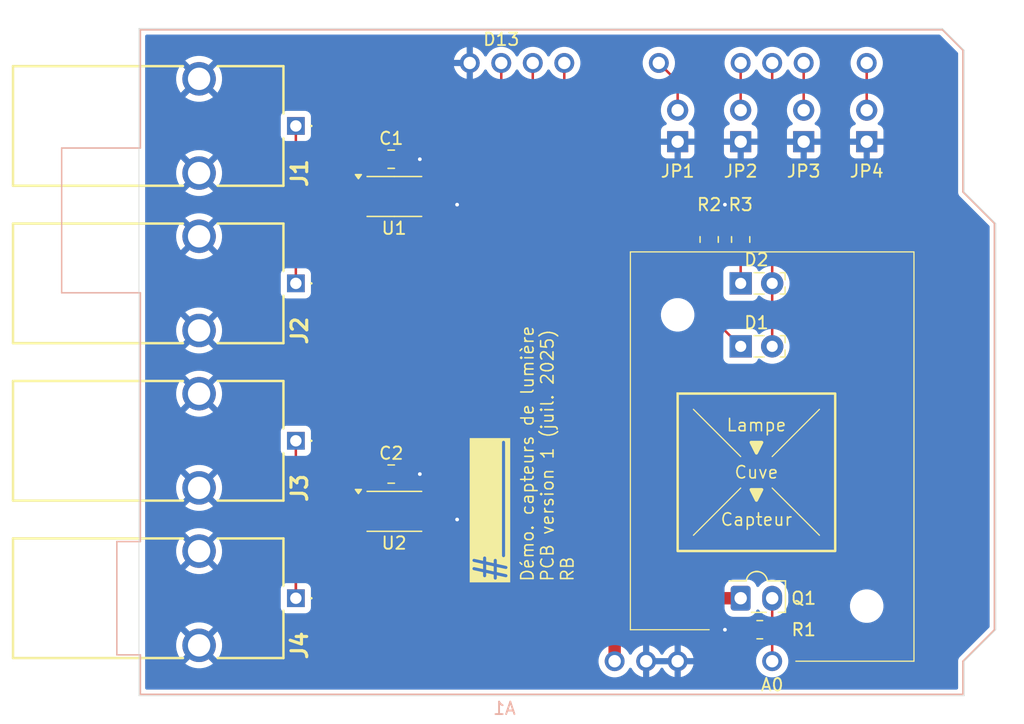
<source format=kicad_pcb>
(kicad_pcb (version 20241229) (generator "pcbnew") (generator_version "9.0")
  (layers (0 "F.Cu" signal) (2 "B.Cu" signal) (13 "F.Paste" user) (15 "B.Paste" user) (5 "F.SilkS" user "F.Silkscreen") (7 "B.SilkS" user "B.Silkscreen") (1 "F.Mask" user) (3 "B.Mask" user) (25 "Edge.Cuts" user))
  (net 0 "")
  (net 1 "/SCL")
  (net 2 "/SDA1")
  (net 3 "/ANALOG_SENSE")
  (net 4 "/SDA2")
  (net 5 "VCC")
  (net 6 "GND")
  (net 7 "Net-(D1-K)")
  (net 8 "Net-(D2-K)")
  (net 9 "/ANALOG1")
  (net 10 "/ANALOG2")
  (net 11 "/ANALOG3")
  (net 12 "/ANALOG4")
  (net 15 "/LED_CONTROL")
  (net 16 "Net-(A1-D4)")
  (net 17 "Net-(A1-D8)")
  (net 18 "Net-(A1-D2)")
  (net 19 "Net-(A1-D6)")
  (footprint "Resistor_SMD:R_0805_2012Metric_Pad1.20x1.40mm_HandSolder" (layer "F.Cu") (at 106.68 52.34 90)
    (property "Reference" "R3" (at 2.81 0 0) (layer "F.SilkS"))
    (property "Value" "220 min")
    (fp_line (start -0.227064 -0.735) (end 0.227064 -0.735) (stroke (width 0.12)) (layer "F.SilkS"))
    (fp_line (start -0.227064 0.735) (end 0.227064 0.735) (stroke (width 0.12)) (layer "F.SilkS"))
    (pad "1" smd roundrect (at -1 0 90) (size 1.2 1.4) (layers "F.Cu" "F.Mask" "F.Paste") (roundrect_rratio 0.208333) (net 8 "Net-(D2-K)"))
    (pad "2" smd roundrect (at 1 0 90) (size 1.2 1.4) (layers "F.Cu" "F.Mask" "F.Paste") (roundrect_rratio 0.208333) (net 6 "GND"))
  )
  (footprint "Connector_PinHeader_2.54mm:PinHeader_1x02_P2.54mm_Vertical" (layer "F.Cu") (at 101.6 44.45 180)
    (property "Reference" "JP1" (at 0 -2.38 180) (layer "F.SilkS"))
    (property "Value" "Jumper_2_Open")
    (pad "1" thru_hole rect (at 0 0 180) (size 1.7 1.7) (drill 1) (layers "*.Cu" "*.Mask") (net 6 "GND"))
    (pad "2" thru_hole circle (at 0 2.54 180) (size 1.7 1.7) (drill 1) (layers "*.Cu" "*.Mask") (net 17 "Net-(A1-D8)"))
  )
  (footprint "MountingHole:MountingHole_2.2mm_M2" (layer "F.Cu") (at 101.6 58.42)
    (property "Reference" "REF**" (hide yes))
    (property "Value" "MountingHole_2.2mm_M2" (hide yes))
    (pad "" np_thru_hole circle (at 0 0) (size 2.2 2.2) (drill 2.2) (layers "*.Cu" "*.Mask"))
  )
  (footprint "LED_THT:LED_SideEmitter_Rectangular_W4.5mm_H1.6mm" (layer "F.Cu") (at 106.68 55.88)
    (property "Reference" "D2" (at 1.27 -1.905 0) (layer "F.SilkS"))
    (property "Value" "LTL-307P (Red)")
    (fp_line (start 1.08 -0.86) (end 1.887 -0.86) (stroke (width 0.12)) (layer "F.SilkS"))
    (fp_line (start 1.887 0.86) (end 1.08 0.86) (stroke (width 0.12)) (layer "F.SilkS"))
    (fp_line (start 3.193 -0.86) (end 3.58 -0.86) (stroke (width 0.12)) (layer "F.SilkS"))
    (fp_line (start 3.58 -0.86) (end 3.58 -0.291) (stroke (width 0.12)) (layer "F.SilkS"))
    (fp_line (start 3.58 0.291) (end 3.58 0.86) (stroke (width 0.12)) (layer "F.SilkS"))
    (fp_line (start 3.58 0.86) (end 3.193 0.86) (stroke (width 0.12)) (layer "F.SilkS"))
    (pad "1" thru_hole rect (at 0 0) (size 1.8 1.8) (drill 0.9) (layers "*.Cu" "*.Mask") (net 8 "Net-(D2-K)"))
    (pad "2" thru_hole circle (at 2.54 0) (size 1.8 1.8) (drill 0.9) (layers "*.Cu" "*.Mask") (net 15 "/LED_CONTROL"))
  )
  (footprint "Connector_PinHeader_2.54mm:PinHeader_1x02_P2.54mm_Vertical" (layer "F.Cu") (at 116.84 44.45 180)
    (property "Reference" "JP4" (at 0 -2.38 180) (layer "F.SilkS"))
    (property "Value" "Jumper_2_Open")
    (pad "1" thru_hole rect (at 0 0 180) (size 1.7 1.7) (drill 1) (layers "*.Cu" "*.Mask") (net 6 "GND"))
    (pad "2" thru_hole circle (at 0 2.54 180) (size 1.7 1.7) (drill 1) (layers "*.Cu" "*.Mask") (net 18 "Net-(A1-D2)"))
  )
  (footprint "Resistor_SMD:R_0805_2012Metric_Pad1.20x1.40mm_HandSolder" (layer "F.Cu") (at 108.22 83.82 180)
    (property "Reference" "R1" (at -3.54 0 180) (layer "F.SilkS"))
    (property "Value" "10k")
    (fp_line (start -0.227064 0.735) (end 0.227064 0.735) (stroke (width 0.12)) (layer "F.SilkS"))
    (fp_line (start -0.227064 -0.735) (end 0.227064 -0.735) (stroke (width 0.12)) (layer "F.SilkS"))
    (pad "1" smd roundrect (at -1 0 180) (size 1.2 1.4) (layers "F.Cu" "F.Mask" "F.Paste") (roundrect_rratio 0.208333) (net 3 "/ANALOG_SENSE"))
    (pad "2" smd roundrect (at 1 0 180) (size 1.2 1.4) (layers "F.Cu" "F.Mask" "F.Paste") (roundrect_rratio 0.208333) (net 6 "GND"))
  )
  (footprint "Connector_PinHeader_2.54mm:PinHeader_1x02_P2.54mm_Vertical" (layer "F.Cu") (at 111.76 44.45 180)
    (property "Reference" "JP3" (at 0 -2.38 180) (layer "F.SilkS"))
    (property "Value" "Jumper_2_Open")
    (pad "1" thru_hole rect (at 0 0 180) (size 1.7 1.7) (drill 1) (layers "*.Cu" "*.Mask") (net 6 "GND"))
    (pad "2" thru_hole circle (at 0 2.54 180) (size 1.7 1.7) (drill 1) (layers "*.Cu" "*.Mask") (net 16 "Net-(A1-D4)"))
  )
  (footprint "Capacitor_SMD:C_0805_2012Metric_Pad1.18x1.45mm_HandSolder" (layer "F.Cu") (at 78.5075 71.265)
    (property "Reference" "C2" (at 0 -1.68 0) (layer "F.SilkS"))
    (property "Value" "C")
    (fp_line (start -0.261252 -0.735) (end 0.261252 -0.735) (stroke (width 0.12)) (layer "F.SilkS"))
    (fp_line (start -0.261252 0.735) (end 0.261252 0.735) (stroke (width 0.12)) (layer "F.SilkS"))
    (pad "1" smd roundrect (at -1.0375 0) (size 1.175 1.45) (layers "F.Cu" "F.Mask" "F.Paste") (roundrect_rratio 0.212766) (net 5 "VCC"))
    (pad "2" smd roundrect (at 1.0375 0) (size 1.175 1.45) (layers "F.Cu" "F.Mask" "F.Paste") (roundrect_rratio 0.212766) (net 6 "GND"))
  )
  (footprint "Connector_PinHeader_2.54mm:PinHeader_1x02_P2.54mm_Vertical" (layer "F.Cu") (at 106.68 44.45 180)
    (property "Reference" "JP2" (at 0 -2.38 180) (layer "F.SilkS"))
    (property "Value" "Jumper_2_Open")
    (pad "1" thru_hole rect (at 0 0 180) (size 1.7 1.7) (drill 1) (layers "*.Cu" "*.Mask") (net 6 "GND"))
    (pad "2" thru_hole circle (at 0 2.54 180) (size 1.7 1.7) (drill 1) (layers "*.Cu" "*.Mask") (net 19 "Net-(A1-D6)"))
  )
  (footprint "Package_SO:TSSOP-8_4.4x3mm_P0.65mm" (layer "F.Cu") (at 78.7625 48.87)
    (property "Reference" "U1" (at -0.0225 2.565 0) (layer "F.SilkS"))
    (property "Value" "~")
    (fp_line (start 0 -1.61) (end -2.2 -1.61) (stroke (width 0.12)) (layer "F.SilkS"))
    (fp_line (start 0 -1.61) (end 2.2 -1.61) (stroke (width 0.12)) (layer "F.SilkS"))
    (fp_line (start 0 1.61) (end -2.2 1.61) (stroke (width 0.12)) (layer "F.SilkS"))
    (fp_line (start 0 1.61) (end 2.2 1.61) (stroke (width 0.12)) (layer "F.SilkS"))
    (fp_poly (pts (xy -2.9 -1.435) (xy -3.14 -1.765) (xy -2.66 -1.765)) (stroke (width 0.12)) (fill yes) (layer "F.SilkS"))
    (pad "1" smd roundrect (at -2.8625 -0.975) (size 1.475 0.4) (layers "F.Cu" "F.Mask" "F.Paste") (net 5 "VCC"))
    (pad "2" smd roundrect (at -2.8625 -0.325) (size 1.475 0.4) (layers "F.Cu" "F.Mask" "F.Paste"))
    (pad "3" smd roundrect (at -2.8625 0.325) (size 1.475 0.4) (layers "F.Cu" "F.Mask" "F.Paste") (net 9 "/ANALOG1"))
    (pad "4" smd roundrect (at -2.8625 0.975) (size 1.475 0.4) (layers "F.Cu" "F.Mask" "F.Paste") (net 10 "/ANALOG2"))
    (pad "5" smd roundrect (at 2.8625 0.975) (size 1.475 0.4) (layers "F.Cu" "F.Mask" "F.Paste") (net 6 "GND"))
    (pad "6" smd roundrect (at 2.8625 0.325) (size 1.475 0.4) (layers "F.Cu" "F.Mask" "F.Paste") (net 6 "GND"))
    (pad "7" smd roundrect (at 2.8625 -0.325) (size 1.475 0.4) (layers "F.Cu" "F.Mask" "F.Paste") (net 1 "/SCL"))
    (pad "8" smd roundrect (at 2.8625 -0.975) (size 1.475 0.4) (layers "F.Cu" "F.Mask" "F.Paste") (net 2 "/SDA1"))
  )
  (footprint "mouser-import:731713150" (layer "F.Cu") (at 70.82 43.18 -90)
    (property "Reference" "J1" (at 3.81 -0.3 270) (layer "F.SilkS") (effects (font (size 1.27 1.27) (thickness 0.254))))
    (property "Value" "Conn_Coaxial" (hide yes))
    (fp_line (start -4.825 22.8) (end 4.825 22.8) (stroke (width 0.2)) (layer "F.SilkS"))
    (fp_line (start 4.825 22.8) (end 4.825 9.1) (stroke (width 0.2)) (layer "F.SilkS"))
    (fp_line (start -4.825 9.1) (end -4.825 22.8) (stroke (width 0.2)) (layer "F.SilkS"))
    (fp_line (start 4.825 6.3) (end 4.825 1) (stroke (width 0.2)) (layer "F.SilkS"))
    (fp_line (start -4.825 1) (end -4.825 6.3) (stroke (width 0.2)) (layer "F.SilkS"))
    (fp_line (start -1 1) (end -4.825 1) (stroke (width 0.2)) (layer "F.SilkS"))
    (fp_line (start 4.825 1) (end 1 1) (stroke (width 0.2)) (layer "F.SilkS"))
    (fp_line (start 0 -1.2) (end 0 -1.2) (stroke (width 0.1)) (layer "F.SilkS"))
    (fp_line (start 0 -1.3) (end 0 -1.3) (stroke (width 0.1)) (layer "F.SilkS"))
    (fp_arc (start 0 -1.2) (mid -0.05 -1.25) (end 0 -1.3) (stroke (width 0.1)) (layer "F.SilkS"))
    (fp_arc (start 0 -1.3) (mid 0.05 -1.25) (end 0 -1.2) (stroke (width 0.1)) (layer "F.SilkS"))
    (pad "1" thru_hole rect (at 0 0 270) (size 1.431 1.431) (drill 0.92) (layers "*.Cu" "*.Mask") (net 9 "/ANALOG1"))
    (pad "2" thru_hole circle (at -3.8 7.8 270) (size 2.7 2.7) (drill 1.8) (layers "*.Cu" "*.Mask") (net 6 "GND"))
    (pad "2" thru_hole circle (at 3.8 7.8 270) (size 2.7 2.7) (drill 1.8) (layers "*.Cu" "*.Mask") (net 6 "GND"))
  )
  (footprint "mouser-import:731713150" (layer "F.Cu") (at 70.82 55.88 -90)
    (property "Reference" "J2" (at 3.81 -0.3 270) (layer "F.SilkS") (effects (font (size 1.27 1.27) (thickness 0.254))))
    (property "Value" "Conn_Coaxial" (hide yes))
    (fp_line (start -4.825 22.8) (end 4.825 22.8) (stroke (width 0.2)) (layer "F.SilkS"))
    (fp_line (start 4.825 22.8) (end 4.825 9.1) (stroke (width 0.2)) (layer "F.SilkS"))
    (fp_line (start -4.825 9.1) (end -4.825 22.8) (stroke (width 0.2)) (layer "F.SilkS"))
    (fp_line (start 4.825 6.3) (end 4.825 1) (stroke (width 0.2)) (layer "F.SilkS"))
    (fp_line (start -4.825 1) (end -4.825 6.3) (stroke (width 0.2)) (layer "F.SilkS"))
    (fp_line (start -1 1) (end -4.825 1) (stroke (width 0.2)) (layer "F.SilkS"))
    (fp_line (start 4.825 1) (end 1 1) (stroke (width 0.2)) (layer "F.SilkS"))
    (fp_line (start 0 -1.2) (end 0 -1.2) (stroke (width 0.1)) (layer "F.SilkS"))
    (fp_line (start 0 -1.3) (end 0 -1.3) (stroke (width 0.1)) (layer "F.SilkS"))
    (fp_arc (start 0 -1.2) (mid -0.05 -1.25) (end 0 -1.3) (stroke (width 0.1)) (layer "F.SilkS"))
    (fp_arc (start 0 -1.3) (mid 0.05 -1.25) (end 0 -1.2) (stroke (width 0.1)) (layer "F.SilkS"))
    (pad "1" thru_hole rect (at 0 0 270) (size 1.431 1.431) (drill 0.92) (layers "*.Cu" "*.Mask") (net 10 "/ANALOG2"))
    (pad "2" thru_hole circle (at -3.8 7.8 270) (size 2.7 2.7) (drill 1.8) (layers "*.Cu" "*.Mask") (net 6 "GND"))
    (pad "2" thru_hole circle (at 3.8 7.8 270) (size 2.7 2.7) (drill 1.8) (layers "*.Cu" "*.Mask") (net 6 "GND"))
  )
  (footprint "MountingHole:MountingHole_2.2mm_M2" (layer "F.Cu") (at 116.84 81.915)
    (property "Reference" "REF**" (hide yes))
    (property "Value" "MountingHole_2.2mm_M2" (hide yes))
    (pad "" np_thru_hole circle (at 0 0) (size 2.2 2.2) (drill 2.2) (layers "*.Cu" "*.Mask"))
  )
  (footprint "mouser-import:731713150" (layer "F.Cu") (at 70.82 68.58 -90)
    (property "Reference" "J3" (at 3.81 -0.3 270) (layer "F.SilkS") (effects (font (size 1.27 1.27) (thickness 0.254))))
    (property "Value" "Conn_Coaxial" (hide yes))
    (fp_line (start -4.825 22.8) (end 4.825 22.8) (stroke (width 0.2)) (layer "F.SilkS"))
    (fp_line (start 4.825 22.8) (end 4.825 9.1) (stroke (width 0.2)) (layer "F.SilkS"))
    (fp_line (start -4.825 9.1) (end -4.825 22.8) (stroke (width 0.2)) (layer "F.SilkS"))
    (fp_line (start 4.825 6.3) (end 4.825 1) (stroke (width 0.2)) (layer "F.SilkS"))
    (fp_line (start -4.825 1) (end -4.825 6.3) (stroke (width 0.2)) (layer "F.SilkS"))
    (fp_line (start -1 1) (end -4.825 1) (stroke (width 0.2)) (layer "F.SilkS"))
    (fp_line (start 4.825 1) (end 1 1) (stroke (width 0.2)) (layer "F.SilkS"))
    (fp_line (start 0 -1.2) (end 0 -1.2) (stroke (width 0.1)) (layer "F.SilkS"))
    (fp_line (start 0 -1.3) (end 0 -1.3) (stroke (width 0.1)) (layer "F.SilkS"))
    (fp_arc (start 0 -1.2) (mid -0.05 -1.25) (end 0 -1.3) (stroke (width 0.1)) (layer "F.SilkS"))
    (fp_arc (start 0 -1.3) (mid 0.05 -1.25) (end 0 -1.2) (stroke (width 0.1)) (layer "F.SilkS"))
    (pad "1" thru_hole rect (at 0 0 270) (size 1.431 1.431) (drill 0.92) (layers "*.Cu" "*.Mask") (net 11 "/ANALOG3"))
    (pad "2" thru_hole circle (at -3.8 7.8 270) (size 2.7 2.7) (drill 1.8) (layers "*.Cu" "*.Mask") (net 6 "GND"))
    (pad "2" thru_hole circle (at 3.8 7.8 270) (size 2.7 2.7) (drill 1.8) (layers "*.Cu" "*.Mask") (net 6 "GND"))
  )
  (footprint "LED_THT:LED_SideEmitter_Rectangular_W4.5mm_H1.6mm" (layer "F.Cu") (at 106.68 60.96)
    (property "Reference" "D1" (at 1.27 -1.905 0) (layer "F.SilkS"))
    (property "Value" "OP140D (IR)")
    (fp_line (start 1.08 -0.86) (end 1.887 -0.86) (stroke (width 0.12)) (layer "F.SilkS"))
    (fp_line (start 1.887 0.86) (end 1.08 0.86) (stroke (width 0.12)) (layer "F.SilkS"))
    (fp_line (start 3.193 -0.86) (end 3.58 -0.86) (stroke (width 0.12)) (layer "F.SilkS"))
    (fp_line (start 3.58 -0.86) (end 3.58 -0.291) (stroke (width 0.12)) (layer "F.SilkS"))
    (fp_line (start 3.58 0.291) (end 3.58 0.86) (stroke (width 0.12)) (layer "F.SilkS"))
    (fp_line (start 3.58 0.86) (end 3.193 0.86) (stroke (width 0.12)) (layer "F.SilkS"))
    (pad "1" thru_hole rect (at 0 0) (size 1.8 1.8) (drill 0.9) (layers "*.Cu" "*.Mask") (net 7 "Net-(D1-K)"))
    (pad "2" thru_hole circle (at 2.54 0) (size 1.8 1.8) (drill 0.9) (layers "*.Cu" "*.Mask") (net 15 "/LED_CONTROL"))
  )
  (footprint "Package_SO:TSSOP-8_4.4x3mm_P0.65mm" (layer "F.Cu") (at 78.7625 74.27)
    (property "Reference" "U2" (at -0.0225 2.565 0) (layer "F.SilkS"))
    (property "Value" "~")
    (fp_line (start 0 -1.61) (end -2.2 -1.61) (stroke (width 0.12)) (layer "F.SilkS"))
    (fp_line (start 0 -1.61) (end 2.2 -1.61) (stroke (width 0.12)) (layer "F.SilkS"))
    (fp_line (start 0 1.61) (end -2.2 1.61) (stroke (width 0.12)) (layer "F.SilkS"))
    (fp_line (start 0 1.61) (end 2.2 1.61) (stroke (width 0.12)) (layer "F.SilkS"))
    (fp_poly (pts (xy -2.9 -1.435) (xy -3.14 -1.765) (xy -2.66 -1.765)) (stroke (width 0.12)) (fill yes) (layer "F.SilkS"))
    (pad "1" smd roundrect (at -2.8625 -0.975) (size 1.475 0.4) (layers "F.Cu" "F.Mask" "F.Paste") (net 5 "VCC"))
    (pad "2" smd roundrect (at -2.8625 -0.325) (size 1.475 0.4) (layers "F.Cu" "F.Mask" "F.Paste"))
    (pad "3" smd roundrect (at -2.8625 0.325) (size 1.475 0.4) (layers "F.Cu" "F.Mask" "F.Paste") (net 11 "/ANALOG3"))
    (pad "4" smd roundrect (at -2.8625 0.975) (size 1.475 0.4) (layers "F.Cu" "F.Mask" "F.Paste") (net 12 "/ANALOG4"))
    (pad "5" smd roundrect (at 2.8625 0.975) (size 1.475 0.4) (layers "F.Cu" "F.Mask" "F.Paste") (net 6 "GND"))
    (pad "6" smd roundrect (at 2.8625 0.325) (size 1.475 0.4) (layers "F.Cu" "F.Mask" "F.Paste") (net 6 "GND"))
    (pad "7" smd roundrect (at 2.8625 -0.325) (size 1.475 0.4) (layers "F.Cu" "F.Mask" "F.Paste") (net 1 "/SCL"))
    (pad "8" smd roundrect (at 2.8625 -0.975) (size 1.475 0.4) (layers "F.Cu" "F.Mask" "F.Paste") (net 4 "/SDA2"))
  )
  (footprint "Capacitor_SMD:C_0805_2012Metric_Pad1.18x1.45mm_HandSolder" (layer "F.Cu") (at 78.5075 45.865)
    (property "Reference" "C1" (at 0 -1.68 0) (layer "F.SilkS"))
    (property "Value" "C")
    (fp_line (start -0.261252 -0.735) (end 0.261252 -0.735) (stroke (width 0.12)) (layer "F.SilkS"))
    (fp_line (start -0.261252 0.735) (end 0.261252 0.735) (stroke (width 0.12)) (layer "F.SilkS"))
    (pad "1" smd roundrect (at -1.0375 0) (size 1.175 1.45) (layers "F.Cu" "F.Mask" "F.Paste") (roundrect_rratio 0.212766) (net 5 "VCC"))
    (pad "2" smd roundrect (at 1.0375 0) (size 1.175 1.45) (layers "F.Cu" "F.Mask" "F.Paste") (roundrect_rratio 0.212766) (net 6 "GND"))
  )
  (footprint "Resistor_SMD:R_0805_2012Metric_Pad1.20x1.40mm_HandSolder" (layer "F.Cu") (at 104.14 52.34 90)
    (property "Reference" "R2" (at 2.81 0 180) (layer "F.SilkS"))
    (property "Value" "220 min")
    (fp_line (start -0.227064 -0.735) (end 0.227064 -0.735) (stroke (width 0.12)) (layer "F.SilkS"))
    (fp_line (start -0.227064 0.735) (end 0.227064 0.735) (stroke (width 0.12)) (layer "F.SilkS"))
    (pad "1" smd roundrect (at -1 0 90) (size 1.2 1.4) (layers "F.Cu" "F.Mask" "F.Paste") (roundrect_rratio 0.208333) (net 7 "Net-(D1-K)"))
    (pad "2" smd roundrect (at 1 0 90) (size 1.2 1.4) (layers "F.Cu" "F.Mask" "F.Paste") (roundrect_rratio 0.208333) (net 6 "GND"))
  )
  (footprint "OptoDevice:Osram_LPT80A" (layer "F.Cu") (at 106.68 81.28 90)
    (property "Reference" "Q1" (at 0 5.08 180) (layer "F.SilkS"))
    (property "Value" "OP550A (IR)")
    (fp_line (start 1.4 -0.93) (end 1.4 0.45) (stroke (width 0.12)) (layer "F.SilkS"))
    (fp_line (start -1.14 2.05) (end -1.14 0.87) (stroke (width 0.12)) (layer "F.SilkS"))
    (fp_line (start 1.4 2.15) (end 1.4 3.61) (stroke (width 0.12)) (layer "F.SilkS"))
    (fp_line (start 1.4 3.61) (end -1.14 3.61) (stroke (width 0.12)) (layer "F.SilkS"))
    (fp_line (start -1.14 3.61) (end -1.14 3.04) (stroke (width 0.12)) (layer "F.SilkS"))
    (fp_arc (start 1.4 0.45) (mid 1.971751 0.76967) (end 2.15 1.4) (stroke (width 0.12)) (layer "F.SilkS"))
    (fp_arc (start 2.15 1.2) (mid 1.971751 1.83033) (end 1.4 2.15) (stroke (width 0.12)) (layer "F.SilkS"))
    (pad "1" thru_hole roundrect (at 0 0 90) (size 2 1.6) (drill 1) (layers "*.Cu" "*.Mask") (roundrect_rratio 0.156) (net 5 "VCC"))
    (pad "2" thru_hole oval (at 0 2.54 90) (size 2 1.6) (drill 1) (layers "*.Cu" "*.Mask") (net 3 "/ANALOG_SENSE"))
  )
  (footprint "mouser-import:731713150" (layer "F.Cu") (at 70.82 81.28 -90)
    (property "Reference" "J4" (at 3.81 -0.3 270) (layer "F.SilkS") (effects (font (size 1.27 1.27) (thickness 0.254))))
    (property "Value" "Conn_Coaxial" (hide yes))
    (fp_line (start -4.825 22.8) (end 4.825 22.8) (stroke (width 0.2)) (layer "F.SilkS"))
    (fp_line (start 4.825 22.8) (end 4.825 9.1) (stroke (width 0.2)) (layer "F.SilkS"))
    (fp_line (start -4.825 9.1) (end -4.825 22.8) (stroke (width 0.2)) (layer "F.SilkS"))
    (fp_line (start 4.825 6.3) (end 4.825 1) (stroke (width 0.2)) (layer "F.SilkS"))
    (fp_line (start -4.825 1) (end -4.825 6.3) (stroke (width 0.2)) (layer "F.SilkS"))
    (fp_line (start -1 1) (end -4.825 1) (stroke (width 0.2)) (layer "F.SilkS"))
    (fp_line (start 4.825 1) (end 1 1) (stroke (width 0.2)) (layer "F.SilkS"))
    (fp_line (start 0 -1.2) (end 0 -1.2) (stroke (width 0.1)) (layer "F.SilkS"))
    (fp_line (start 0 -1.3) (end 0 -1.3) (stroke (width 0.1)) (layer "F.SilkS"))
    (fp_arc (start 0 -1.2) (mid -0.05 -1.25) (end 0 -1.3) (stroke (width 0.1)) (layer "F.SilkS"))
    (fp_arc (start 0 -1.3) (mid 0.05 -1.25) (end 0 -1.2) (stroke (width 0.1)) (layer "F.SilkS"))
    (pad "1" thru_hole rect (at 0 0 270) (size 1.431 1.431) (drill 0.92) (layers "*.Cu" "*.Mask") (net 12 "/ANALOG4"))
    (pad "2" thru_hole circle (at -3.8 7.8 270) (size 2.7 2.7) (drill 1.8) (layers "*.Cu" "*.Mask") (net 6 "GND"))
    (pad "2" thru_hole circle (at 3.8 7.8 270) (size 2.7 2.7) (drill 1.8) (layers "*.Cu" "*.Mask") (net 6 "GND"))
  )
  (footprint "Module:Arduino_UNO_R3" (layer "B.Cu") (at 86.36 86.36)
    (property "Reference" "A1" (at 1.27 3.81 180) (layer "B.SilkS") (effects (justify mirror)))
    (property "Value" "Arduino_UNO_R3")
    (fp_line (start -34.42 -41.4) (end -28.07 -41.4) (stroke (width 0.12)) (layer "B.SilkS"))
    (fp_line (start -34.42 -29.72) (end -34.42 -41.4) (stroke (width 0.12)) (layer "B.SilkS"))
    (fp_line (start -29.97 -9.65) (end -28.07 -9.65) (stroke (width 0.12)) (layer "B.SilkS"))
    (fp_line (start -29.97 -0.51) (end -29.97 -9.65) (stroke (width 0.12)) (layer "B.SilkS"))
    (fp_line (start -28.07 -50.93) (end 36.58 -50.93) (stroke (width 0.12)) (layer "B.SilkS"))
    (fp_line (start -28.07 -41.4) (end -28.07 -50.93) (stroke (width 0.12)) (layer "B.SilkS"))
    (fp_line (start -28.07 -29.72) (end -34.42 -29.72) (stroke (width 0.12)) (layer "B.SilkS"))
    (fp_line (start -28.07 -9.65) (end -28.07 -29.72) (stroke (width 0.12)) (layer "B.SilkS"))
    (fp_line (start -28.07 -0.51) (end -29.97 -0.51) (stroke (width 0.12)) (layer "B.SilkS"))
    (fp_line (start -28.07 2.67) (end -28.07 -0.51) (stroke (width 0.12)) (layer "B.SilkS"))
    (fp_line (start 36.58 -50.93) (end 38.23 -49.28) (stroke (width 0.12)) (layer "B.SilkS"))
    (fp_line (start 38.23 -49.28) (end 38.23 -37.85) (stroke (width 0.12)) (layer "B.SilkS"))
    (fp_line (start 38.23 -37.85) (end 40.77 -35.31) (stroke (width 0.12)) (layer "B.SilkS"))
    (fp_line (start 38.23 0) (end 38.23 2.67) (stroke (width 0.12)) (layer "B.SilkS"))
    (fp_line (start 38.23 2.67) (end -28.07 2.67) (stroke (width 0.12)) (layer "B.SilkS"))
    (fp_line (start 40.77 -35.31) (end 40.77 -2.54) (stroke (width 0.12)) (layer "B.SilkS"))
    (fp_line (start 40.77 -2.54) (end 38.23 0) (stroke (width 0.12)) (layer "B.SilkS"))
    (fp_line (start -28.19 -51.05) (end -28.19 2.79) (stroke (width 0.05)) (layer "Edge.Cuts"))
    (fp_line (start -28.19 2.79) (end 38.35 2.79) (stroke (width 0.05)) (layer "Edge.Cuts"))
    (fp_line (start 36.58 -51.05) (end -28.19 -51.05) (stroke (width 0.05)) (layer "Edge.Cuts"))
    (fp_line (start 38.35 -49.28) (end 36.58 -51.05) (stroke (width 0.05)) (layer "Edge.Cuts"))
    (fp_line (start 38.35 -37.85) (end 38.35 -49.28) (stroke (width 0.05)) (layer "Edge.Cuts"))
    (fp_line (start 38.35 0) (end 40.89 -2.54) (stroke (width 0.05)) (layer "Edge.Cuts"))
    (fp_line (start 38.35 2.79) (end 38.35 0) (stroke (width 0.05)) (layer "Edge.Cuts"))
    (fp_line (start 40.89 -35.31) (end 38.35 -37.85) (stroke (width 0.05)) (layer "Edge.Cuts"))
    (fp_line (start 40.89 -2.54) (end 40.89 -35.31) (stroke (width 0.05)) (layer "Edge.Cuts"))
    (pad "5" thru_hole oval (at 10.16 0 270) (size 1.6 1.6) (drill 1) (layers "*.Cu" "*.Mask") (net 5 "VCC"))
    (pad "6" thru_hole oval (at 12.7 0 270) (size 1.6 1.6) (drill 1) (layers "*.Cu" "*.Mask") (net 6 "GND"))
    (pad "7" thru_hole oval (at 15.24 0 270) (size 1.6 1.6) (drill 1) (layers "*.Cu" "*.Mask") (net 6 "GND"))
    (pad "9" thru_hole oval (at 22.86 0 270) (size 1.6 1.6) (drill 1) (layers "*.Cu" "*.Mask") (net 3 "/ANALOG_SENSE"))
    (pad "17" thru_hole oval (at 30.48 -48.26 270) (size 1.6 1.6) (drill 1) (layers "*.Cu" "*.Mask") (net 18 "Net-(A1-D2)"))
    (pad "19" thru_hole oval (at 25.4 -48.26 270) (size 1.6 1.6) (drill 1) (layers "*.Cu" "*.Mask") (net 16 "Net-(A1-D4)"))
    (pad "20" thru_hole oval (at 22.86 -48.26 270) (size 1.6 1.6) (drill 1) (layers "*.Cu" "*.Mask") (net 15 "/LED_CONTROL"))
    (pad "21" thru_hole oval (at 20.32 -48.26 270) (size 1.6 1.6) (drill 1) (layers "*.Cu" "*.Mask") (net 19 "Net-(A1-D6)"))
    (pad "23" thru_hole oval (at 13.72 -48.26 270) (size 1.6 1.6) (drill 1) (layers "*.Cu" "*.Mask") (net 17 "Net-(A1-D8)"))
    (pad "26" thru_hole oval (at 6.1 -48.26 270) (size 1.6 1.6) (drill 1) (layers "*.Cu" "*.Mask") (net 1 "/SCL"))
    (pad "27" thru_hole oval (at 3.56 -48.26 270) (size 1.6 1.6) (drill 1) (layers "*.Cu" "*.Mask") (net 2 "/SDA1"))
    (pad "28" thru_hole oval (at 1.02 -48.26 270) (size 1.6 1.6) (drill 1) (layers "*.Cu" "*.Mask") (net 4 "/SDA2"))
    (pad "29" thru_hole oval (at -1.52 -48.26 270) (size 1.6 1.6) (drill 1) (layers "*.Cu" "*.Mask") (net 6 "GND"))
  )
  (gr_rect (start 101.6 64.77) (end 114.3 77.47) (stroke (width 0.2)) (fill no) (layer "F.SilkS"))
  (gr_line (start 113.03 66.04) (end 109.22 69.85) (stroke (width 0.1)) (layer "F.SilkS"))
  (gr_line (start 97.79 83.82) (end 97.79 53.34) (stroke (width 0.1)) (layer "F.SilkS"))
  (gr_line (start 97.79 83.82) (end 104.14 83.82) (stroke (width 0.1)) (layer "F.SilkS"))
  (gr_line (start 97.79 53.34) (end 120.65 53.34) (stroke (width 0.1)) (layer "F.SilkS"))
  (gr_line (start 120.65 53.34) (end 120.65 86.36) (stroke (width 0.1)) (layer "F.SilkS"))
  (gr_line (start 113.03 76.2) (end 109.22 72.39) (stroke (width 0.1)) (layer "F.SilkS"))
  (gr_line (start 102.87 76.2) (end 106.68 72.39) (stroke (width 0.1)) (layer "F.SilkS"))
  (gr_line (start 102.87 66.04) (end 106.68 69.85) (stroke (width 0.1)) (layer "F.SilkS"))
  (gr_line (start 120.65 86.36) (end 111.125 86.36) (stroke (width 0.1)) (layer "F.SilkS"))
  (gr_text "Lampe" (at 107.95 67.31 0) (layer "F.SilkS") (effects (font (size 1 1) (thickness 0.125))))
  (gr_text "Démo. capteurs de lumière\nPCB version 1 (juil. 2025)\nRB" (at 88.9 80.01 90) (layer "F.SilkS") (effects (font (size 1 1) (thickness 0.125)) (justify left top)))
  (gr_text "Capteur" (at 107.95 74.93 0) (layer "F.SilkS") (effects (font (size 1 1) (thickness 0.125))))
  (gr_text "Cuve" (at 107.95 71.12 0) (layer "F.SilkS") (effects (font (size 1 1) (thickness 0.125))))
  (gr_text "#______" (at 87.63 80.01 90) (layer "F.SilkS" knockout) (effects (font (size 2 2) (thickness 0.25)) (justify left bottom)))
  (gr_text "A0" (at 109.22 88.265 0) (layer "F.SilkS") (effects (font (size 1 1))))
  (gr_text "D13" (at 87.38 36.195 0) (layer "F.SilkS") (effects (font (size 1 1))))
  (segment (start 92.46 42.445) (end 92.46 38.1) (width 0.2) (layer "F.Cu") (net 1))
  (segment (start 86.36 48.545) (end 92.46 42.445) (width 0.2) (layer "F.Cu") (net 1))
  (segment (start 86.36 48.545) (end 83.86875 51.03625) (width 0.2) (layer "F.Cu") (net 1))
  (segment (start 83.86875 51.03625) (end 83.86875 72.43875) (width 0.2) (layer "F.Cu") (net 1))
  (segment (start 82.362499 73.945) (end 83.86875 72.43875) (width 0.2) (layer "F.Cu") (net 1))
  (segment (start 81.625 73.945) (end 82.362499 73.945) (width 0.2) (layer "F.Cu") (net 1))
  (segment (start 81.625 48.545) (end 86.36 48.545) (width 0.2) (layer "F.Cu") (net 1))
  (segment (start 81.625 47.895) (end 84.185 47.895) (width 0.2) (layer "F.Cu") (net 2))
  (segment (start 84.185 47.895) (end 89.92 42.16) (width 0.2) (layer "F.Cu") (net 2))
  (segment (start 89.92 42.16) (end 89.92 38.1) (width 0.2) (layer "F.Cu") (net 2))
  (segment (start 109.22 86.36) (end 109.22 81.28) (width 0.2) (layer "F.Cu") (net 3))
  (segment (start 81.625 52.415) (end 81.625 73.295) (width 0.2) (layer "F.Cu") (net 4))
  (segment (start 80.01 48.20263) (end 80.01 50.8) (width 0.2) (layer "F.Cu") (net 4))
  (segment (start 87.38 42.16) (end 82.55 46.99) (width 0.2) (layer "F.Cu") (net 4))
  (segment (start 80.01 50.8) (end 81.625 52.415) (width 0.2) (layer "F.Cu") (net 4))
  (segment (start 87.38 38.1) (end 87.38 42.16) (width 0.2) (layer "F.Cu") (net 4))
  (segment (start 81.22263 46.99) (end 80.01 48.20263) (width 0.2) (layer "F.Cu") (net 4))
  (segment (start 82.55 46.99) (end 81.22263 46.99) (width 0.2) (layer "F.Cu") (net 4))
  (segment (start 77.47 45.865) (end 77.47 71.265) (width 1) (layer "F.Cu") (net 5))
  (segment (start 93.98 81.28) (end 83.82 81.28) (width 1) (layer "F.Cu") (net 5))
  (segment (start 81.28 78.74) (end 77.47 74.93) (width 1) (layer "F.Cu") (net 5))
  (segment (start 96.52 85.09) (end 96.52 83.82) (width 1) (layer "F.Cu") (net 5))
  (segment (start 83.82 81.28) (end 81.28 78.74) (width 1) (layer "F.Cu") (net 5))
  (segment (start 96.52 83.82) (end 99.06 81.28) (width 1) (layer "F.Cu") (net 5))
  (segment (start 77.025 45.865) (end 75.9 46.99) (width 0.2) (layer "F.Cu") (net 5))
  (segment (start 75.9 72.39) (end 75.9 73.295) (width 0.2) (layer "F.Cu") (net 5))
  (segment (start 75.9 46.99) (end 75.9 47.895) (width 0.2) (layer "F.Cu") (net 5))
  (segment (start 77.47 74.93) (end 77.47 71.265) (width 1) (layer "F.Cu") (net 5))
  (segment (start 96.52 83.82) (end 93.98 81.28) (width 1) (layer "F.Cu") (net 5))
  (segment (start 99.06 81.28) (end 106.68 81.28) (width 1) (layer "F.Cu") (net 5))
  (segment (start 96.52 85.09) (end 96.52 86.36) (width 1) (layer "F.Cu") (net 5))
  (segment (start 77.47 45.865) (end 77.025 45.865) (width 0.2) (layer "F.Cu") (net 5))
  (segment (start 77.47 71.265) (end 77.025 71.265) (width 0.2) (layer "F.Cu") (net 5))
  (segment (start 77.025 71.265) (end 75.9 72.39) (width 0.2) (layer "F.Cu") (net 5))
  (segment (start 83.82 49.53) (end 83.505 49.845) (width 0.2) (layer "F.Cu") (net 6))
  (segment (start 105.41 51.34) (end 105.41 49.53) (width 0.2) (layer "F.Cu") (net 6))
  (segment (start 81.625 74.595) (end 83.485 74.595) (width 0.2) (layer "F.Cu") (net 6))
  (segment (start 105.41 51.34) (end 104.14 51.34) (width 0.2) (layer "F.Cu") (net 6))
  (segment (start 83.505 49.845) (end 81.625 49.845) (width 0.2) (layer "F.Cu") (net 6))
  (segment (start 107.22 83.82) (end 105.41 83.82) (width 0.2) (layer "F.Cu") (net 6))
  (segment (start 106.68 51.34) (end 105.41 51.34) (width 0.2) (layer "F.Cu") (net 6))
  (segment (start 79.545 71.265) (end 80.815 71.265) (width 0.2) (layer "F.Cu") (net 6))
  (segment (start 83.505 75.245) (end 81.625 75.245) (width 0.2) (layer "F.Cu") (net 6))
  (segment (start 81.625 49.195) (end 83.485 49.195) (width 0.2) (layer "F.Cu") (net 6))
  (segment (start 83.485 74.595) (end 83.82 74.93) (width 0.2) (layer "F.Cu") (net 6))
  (segment (start 83.82 74.93) (end 83.505 75.245) (width 0.2) (layer "F.Cu") (net 6))
  (segment (start 79.545 45.865) (end 80.815 45.865) (width 0.2) (layer "F.Cu") (net 6))
  (segment (start 83.485 49.195) (end 83.82 49.53) (width 0.2) (layer "F.Cu") (net 6))
  (via (at 105.41 49.53) (size 0.6) (drill 0.3) (layers "F.Cu" "B.Cu") (net 6))
  (via (at 80.815 45.865) (size 0.6) (drill 0.3) (layers "F.Cu" "B.Cu") (net 6))
  (via (at 105.41 83.82) (size 0.6) (drill 0.3) (layers "F.Cu" "B.Cu") (net 6))
  (via (at 83.82 49.53) (size 0.6) (drill 0.3) (layers "F.Cu" "B.Cu") (net 6))
  (via (at 83.82 74.93) (size 0.6) (drill 0.3) (layers "F.Cu" "B.Cu") (net 6))
  (via (at 80.815 71.265) (size 0.6) (drill 0.3) (layers "F.Cu" "B.Cu") (net 6))
  (segment (start 104.14 58.42) (end 106.68 60.96) (width 0.2) (layer "F.Cu") (net 7))
  (segment (start 104.14 53.34) (end 104.14 58.42) (width 0.2) (layer "F.Cu") (net 7))
  (segment (start 106.68 53.34) (end 106.68 55.88) (width 0.2) (layer "F.Cu") (net 8))
  (segment (start 70.82 43.18) (end 70.82 47.63) (width 0.2) (layer "F.Cu") (net 9))
  (segment (start 72.385 49.195) (end 70.82 47.63) (width 0.2) (layer "F.Cu") (net 9))
  (segment (start 75.9 49.195) (end 72.385 49.195) (width 0.2) (layer "F.Cu") (net 9))
  (segment (start 72.385 49.845) (end 70.82 51.41) (width 0.2) (layer "F.Cu") (net 10))
  (segment (start 75.9 49.845) (end 72.385 49.845) (width 0.2) (layer "F.Cu") (net 10))
  (segment (start 70.82 51.41) (end 70.82 55.88) (width 0.2) (layer "F.Cu") (net 10))
  (segment (start 75.9 74.595) (end 72.385 74.595) (width 0.2) (layer "F.Cu") (net 11))
  (segment (start 70.82 73.03) (end 70.82 68.58) (width 0.2) (layer "F.Cu") (net 11))
  (segment (start 72.385 74.595) (end 70.82 73.03) (width 0.2) (layer "F.Cu") (net 11))
  (segment (start 70.82 78.74) (end 70.82 81.28) (width 0.2) (layer "F.Cu") (net 12))
  (segment (start 75.9 75.245) (end 72.385 75.245) (width 0.2) (layer "F.Cu") (net 12))
  (segment (start 70.82 76.81) (end 70.82 81.28) (width 0.2) (layer "F.Cu") (net 12))
  (segment (start 72.385 75.245) (end 70.82 76.81) (width 0.2) (layer "F.Cu") (net 12))
  (segment (start 109.22 38.1) (end 109.22 60.96) (width 0.2) (layer "F.Cu") (net 15))
  (segment (start 111.76 38.1) (end 111.76 41.91) (width 0.2) (layer "F.Cu") (net 16))
  (segment (start 100.08 38.1) (end 101.6 39.62) (width 0.2) (layer "F.Cu") (net 17))
  (segment (start 101.6 39.62) (end 101.6 41.91) (width 0.2) (layer "F.Cu") (net 17))
  (segment (start 116.84 38.1) (end 116.84 41.91) (width 0.2) (layer "F.Cu") (net 18))
  (segment (start 106.68 38.1) (end 106.68 41.91) (width 0.2) (layer "F.Cu") (net 19))
  (zone (net 6) (net_name "GND") (layer "B.Cu") (connect_pads (clearance 0.5)) (min_thickness 0.25) (fill yes (thermal_gap 0.5) (thermal_bridge_width 0.5))
    (polygon (pts (xy 50.8 33.02) (xy 129.54 33.02) (xy 129.54 91.44) (xy 50.8 91.44)))
  )
  (zone (net 0) (net_name "") (layer "F.SilkS") (connect_pads (clearance 0.5)) (min_thickness 0.25) (fill yes (thermal_gap 0.5) (thermal_bridge_width 0.5))
    (polygon (pts (xy 107.315 68.58) (xy 108.585 68.58) (xy 107.95 69.85)))
  )
  (zone (net 0) (net_name "") (layer "F.SilkS") (connect_pads (clearance 0.5)) (min_thickness 0.25) (fill yes (thermal_gap 0.5) (thermal_bridge_width 0.5))
    (polygon (pts (xy 107.315 72.39) (xy 108.585 72.39) (xy 107.95 73.66)))
  )
)
</source>
